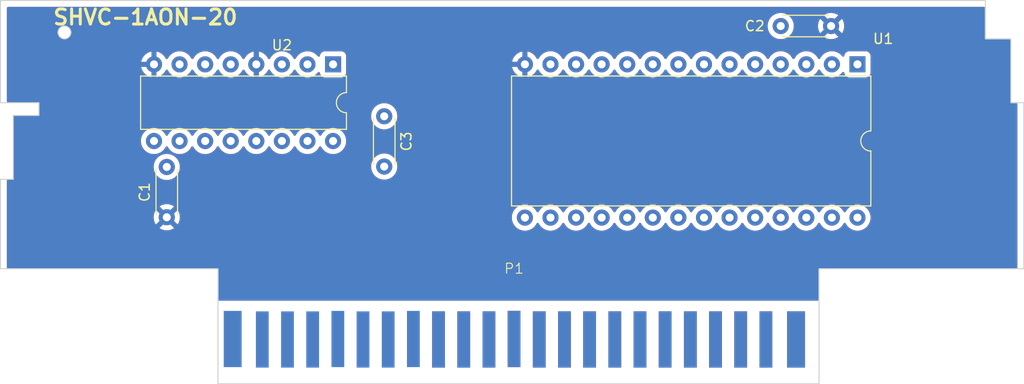
<source format=kicad_pcb>
(kicad_pcb (version 20221018) (generator pcbnew)
  (layers (0 "F.Cu" signal) (31 "B.Cu" signal) (34 "B.Paste" user) (35 "F.Paste" user) (36 "B.SilkS" user "B.Silkscreen") (37 "F.SilkS" user "F.Silkscreen") (38 "B.Mask" user) (39 "F.Mask" user) (44 "Edge.Cuts" user))
  (net 0 "")
  (net 1 "GND")
  (net 2 "VCC")
  (net 3 "Net-(P1-A11)")
  (net 4 "Net-(P1-A10)")
  (net 5 "Net-(P1-A9)")
  (net 6 "Net-(P1-A8)")
  (net 7 "Net-(P1-A7)")
  (net 8 "Net-(P1-A6)")
  (net 9 "Net-(P1-A5)")
  (net 10 "Net-(P1-A4)")
  (net 11 "Net-(P1-A3)")
  (net 12 "Net-(P1-A2)")
  (net 13 "Net-(P1-A1)")
  (net 14 "Net-(P1-A0)")
  (net 16 "Net-(P1-D0)")
  (net 17 "Net-(P1-D1)")
  (net 18 "Net-(P1-D2)")
  (net 19 "Net-(P1-D3)")
  (net 21 "Net-(P1-CIC0)")
  (net 22 "Net-(P1-CIC2)")
  (net 24 "Net-(P1-CIC3)")
  (net 37 "Net-(P1-CIC1)")
  (footprint "Package_DIP:DIP-28_W15.24mm" (layer "F.Cu") (at 179.07 119.375 -90)
    (fp_text reference "U1" (at -2.535 -2.55 -180) (layer "F.SilkS"))
    (fp_text value "27C512")
    (fp_line (start 1.16 -1.33) (end 1.16 34.35) (stroke (width 0.12)) (layer "F.SilkS"))
    (fp_line (start 1.16 34.35) (end 14.08 34.35) (stroke (width 0.12)) (layer "F.SilkS"))
    (fp_line (start 6.62 -1.33) (end 1.16 -1.33) (stroke (width 0.12)) (layer "F.SilkS"))
    (fp_line (start 14.08 -1.33) (end 8.62 -1.33) (stroke (width 0.12)) (layer "F.SilkS"))
    (fp_line (start 14.08 34.35) (end 14.08 -1.33) (stroke (width 0.12)) (layer "F.SilkS"))
    (fp_arc (start 8.62 -1.33) (mid 7.62 -0.33) (end 6.62 -1.33) (stroke (width 0.12)) (layer "F.SilkS"))
    (pad "1" thru_hole rect (at 0 0 270) (size 1.6 1.6) (drill 0.8) (layers "*.Cu" "*.Mask"))
    (pad "2" thru_hole oval (at 0 2.54 270) (size 1.6 1.6) (drill 0.8) (layers "*.Cu" "*.Mask"))
    (pad "3" thru_hole oval (at 0 5.08 270) (size 1.6 1.6) (drill 0.8) (layers "*.Cu" "*.Mask") (net 7 "Net-(P1-A7)"))
    (pad "4" thru_hole oval (at 0 7.62 270) (size 1.6 1.6) (drill 0.8) (layers "*.Cu" "*.Mask") (net 8 "Net-(P1-A6)"))
    (pad "5" thru_hole oval (at 0 10.16 270) (size 1.6 1.6) (drill 0.8) (layers "*.Cu" "*.Mask") (net 9 "Net-(P1-A5)"))
    (pad "6" thru_hole oval (at 0 12.7 270) (size 1.6 1.6) (drill 0.8) (layers "*.Cu" "*.Mask") (net 10 "Net-(P1-A4)"))
    (pad "7" thru_hole oval (at 0 15.24 270) (size 1.6 1.6) (drill 0.8) (layers "*.Cu" "*.Mask") (net 11 "Net-(P1-A3)"))
    (pad "8" thru_hole oval (at 0 17.78 270) (size 1.6 1.6) (drill 0.8) (layers "*.Cu" "*.Mask") (net 12 "Net-(P1-A2)"))
    (pad "9" thru_hole oval (at 0 20.32 270) (size 1.6 1.6) (drill 0.8) (layers "*.Cu" "*.Mask") (net 13 "Net-(P1-A1)"))
    (pad "10" thru_hole oval (at 0 22.86 270) (size 1.6 1.6) (drill 0.8) (layers "*.Cu" "*.Mask") (net 14 "Net-(P1-A0)"))
    (pad "11" thru_hole oval (at 0 25.4 270) (size 1.6 1.6) (drill 0.8) (layers "*.Cu" "*.Mask") (net 16 "Net-(P1-D0)"))
    (pad "12" thru_hole oval (at 0 27.94 270) (size 1.6 1.6) (drill 0.8) (layers "*.Cu" "*.Mask") (net 17 "Net-(P1-D1)"))
    (pad "13" thru_hole oval (at 0 30.48 270) (size 1.6 1.6) (drill 0.8) (layers "*.Cu" "*.Mask") (net 18 "Net-(P1-D2)"))
    (pad "14" thru_hole oval (at 0 33.02 270) (size 1.6 1.6) (drill 0.8) (layers "*.Cu" "*.Mask") (net 1 "GND"))
    (pad "15" thru_hole oval (at 15.24 33.02 270) (size 1.6 1.6) (drill 0.8) (layers "*.Cu" "*.Mask") (net 19 "Net-(P1-D3)"))
    (pad "16" thru_hole oval (at 15.24 30.48 270) (size 1.6 1.6) (drill 0.8) (layers "*.Cu" "*.Mask"))
    (pad "17" thru_hole oval (at 15.24 27.94 270) (size 1.6 1.6) (drill 0.8) (layers "*.Cu" "*.Mask"))
    (pad "18" thru_hole oval (at 15.24 25.4 270) (size 1.6 1.6) (drill 0.8) (layers "*.Cu" "*.Mask"))
    (pad "19" thru_hole oval (at 15.24 22.86 270) (size 1.6 1.6) (drill 0.8) (layers "*.Cu" "*.Mask"))
    (pad "20" thru_hole oval (at 15.24 20.32 270) (size 1.6 1.6) (drill 0.8) (layers "*.Cu" "*.Mask"))
    (pad "21" thru_hole oval (at 15.24 17.78 270) (size 1.6 1.6) (drill 0.8) (layers "*.Cu" "*.Mask") (net 4 "Net-(P1-A10)"))
    (pad "22" thru_hole oval (at 15.24 15.24 270) (size 1.6 1.6) (drill 0.8) (layers "*.Cu" "*.Mask"))
    (pad "23" thru_hole oval (at 15.24 12.7 270) (size 1.6 1.6) (drill 0.8) (layers "*.Cu" "*.Mask") (net 3 "Net-(P1-A11)"))
    (pad "24" thru_hole oval (at 15.24 10.16 270) (size 1.6 1.6) (drill 0.8) (layers "*.Cu" "*.Mask") (net 5 "Net-(P1-A9)"))
    (pad "25" thru_hole oval (at 15.24 7.62 270) (size 1.6 1.6) (drill 0.8) (layers "*.Cu" "*.Mask") (net 6 "Net-(P1-A8)"))
    (pad "26" thru_hole oval (at 15.24 5.08 270) (size 1.6 1.6) (drill 0.8) (layers "*.Cu" "*.Mask"))
    (pad "27" thru_hole oval (at 15.24 2.54 270) (size 1.6 1.6) (drill 0.8) (layers "*.Cu" "*.Mask"))
    (pad "28" thru_hole oval (at 15.24 0 270) (size 1.6 1.6) (drill 0.8) (layers "*.Cu" "*.Mask") (net 2 "VCC"))
  )
  (footprint "Capacitor_THT:C_Disc_D4.3mm_W1.9mm_P5.00mm" (layer "F.Cu") (at 171.45 115.57)
    (fp_text reference "C2" (at -2.58 0) (layer "F.SilkS"))
    (fp_text value "C")
    (fp_line (start 0.23 -1.07) (end 0.23 -1.055) (stroke (width 0.12)) (layer "F.SilkS"))
    (fp_line (start 0.23 -1.07) (end 4.77 -1.07) (stroke (width 0.12)) (layer "F.SilkS"))
    (fp_line (start 0.23 1.055) (end 0.23 1.07) (stroke (width 0.12)) (layer "F.SilkS"))
    (fp_line (start 0.23 1.07) (end 4.77 1.07) (stroke (width 0.12)) (layer "F.SilkS"))
    (fp_line (start 4.77 -1.07) (end 4.77 -1.055) (stroke (width 0.12)) (layer "F.SilkS"))
    (fp_line (start 4.77 1.055) (end 4.77 1.07) (stroke (width 0.12)) (layer "F.SilkS"))
    (pad "1" thru_hole circle (at 0 0) (size 1.6 1.6) (drill 0.8) (layers "*.Cu" "*.Mask") (net 2 "VCC"))
    (pad "2" thru_hole circle (at 5 0) (size 1.6 1.6) (drill 0.8) (layers "*.Cu" "*.Mask") (net 1 "GND"))
  )
  (footprint "Capacitor_THT:C_Disc_D4.3mm_W1.9mm_P5.00mm" (layer "F.Cu") (at 132.08 124.54 -90)
    (fp_text reference "C3" (at 2.5 -2.2 90) (layer "F.SilkS"))
    (fp_text value "C")
    (fp_line (start 0.23 -1.07) (end 0.23 -1.055) (stroke (width 0.12)) (layer "F.SilkS"))
    (fp_line (start 0.23 -1.07) (end 4.77 -1.07) (stroke (width 0.12)) (layer "F.SilkS"))
    (fp_line (start 0.23 1.055) (end 0.23 1.07) (stroke (width 0.12)) (layer "F.SilkS"))
    (fp_line (start 0.23 1.07) (end 4.77 1.07) (stroke (width 0.12)) (layer "F.SilkS"))
    (fp_line (start 4.77 -1.07) (end 4.77 -1.055) (stroke (width 0.12)) (layer "F.SilkS"))
    (fp_line (start 4.77 1.055) (end 4.77 1.07) (stroke (width 0.12)) (layer "F.SilkS"))
    (pad "1" thru_hole circle (at 0 0 270) (size 1.6 1.6) (drill 0.8) (layers "*.Cu" "*.Mask"))
    (pad "2" thru_hole circle (at 5 0 270) (size 1.6 1.6) (drill 0.8) (layers "*.Cu" "*.Mask"))
  )
  (footprint "Library:CartEdge" (layer "F.Cu") (at 144.975 143.685)
    (fp_text reference "P1" (at 0 -4 unlocked) (layer "F.SilkS") (effects (font (thickness 0.1))))
    (fp_text value "CASSETTE")
    (pad "5" smd rect (at 28 3.048) (size 1.778 5.588) (layers "B.Cu" "B.Paste" "B.Mask") (net 1 "GND"))
    (pad "6" smd rect (at 25 3.048) (size 1.27 5.588) (layers "B.Cu" "B.Paste" "B.Mask") (net 3 "Net-(P1-A11)"))
    (pad "7" smd rect (at 22.5 3.048) (size 1.27 5.588) (layers "B.Cu" "B.Paste" "B.Mask") (net 4 "Net-(P1-A10)"))
    (pad "8" smd rect (at 20 3.048) (size 1.27 5.588) (layers "B.Cu" "B.Paste" "B.Mask") (net 5 "Net-(P1-A9)"))
    (pad "9" smd rect (at 17.5 3.048) (size 1.27 5.588) (layers "B.Cu" "B.Paste" "B.Mask") (net 6 "Net-(P1-A8)"))
    (pad "10" smd rect (at 15 3.048) (size 1.27 5.588) (layers "B.Cu" "B.Paste" "B.Mask") (net 7 "Net-(P1-A7)"))
    (pad "11" smd rect (at 12.5 3.048) (size 1.27 5.588) (layers "B.Cu" "B.Paste" "B.Mask") (net 8 "Net-(P1-A6)"))
    (pad "12" smd rect (at 10 3.048) (size 1.27 5.588) (layers "B.Cu" "B.Paste" "B.Mask") (net 9 "Net-(P1-A5)"))
    (pad "13" smd rect (at 7.5 3.048) (size 1.27 5.588) (layers "B.Cu" "B.Paste" "B.Mask") (net 10 "Net-(P1-A4)"))
    (pad "14" smd rect (at 5 3.048) (size 1.27 5.588) (layers "B.Cu" "B.Paste" "B.Mask") (net 11 "Net-(P1-A3)"))
    (pad "15" smd rect (at 2.5 3.048) (size 1.27 5.588) (layers "B.Cu" "B.Paste" "B.Mask") (net 12 "Net-(P1-A2)"))
    (pad "16" smd rect (at 0 3) (size 1.27 5.588) (layers "B.Cu" "B.Paste" "B.Mask") (net 13 "Net-(P1-A1)"))
    (pad "17" smd rect (at -2.5 3.048) (size 1.27 5.588) (layers "B.Cu" "B.Paste" "B.Mask") (net 14 "Net-(P1-A0)"))
    (pad "18" smd rect (at -5 3.048) (size 1.27 5.588) (layers "B.Cu" "B.Paste" "B.Mask"))
    (pad "19" smd rect (at -7.5 3.048) (size 1.27 5.588) (layers "B.Cu" "B.Paste" "B.Mask") (net 16 "Net-(P1-D0)"))
    (pad "20" smd rect (at -10 3) (size 1.27 5.588) (layers "B.Cu" "B.Paste" "B.Mask") (net 17 "Net-(P1-D1)"))
    (pad "21" smd rect (at -12.5 3.048) (size 1.27 5.588) (layers "B.Cu" "B.Paste" "B.Mask") (net 18 "Net-(P1-D2)"))
    (pad "22" smd rect (at -15 3.048) (size 1.27 5.588) (layers "B.Cu" "B.Paste" "B.Mask") (net 19 "Net-(P1-D3)"))
    (pad "23" smd rect (at -17.5 3) (size 1.27 5.588) (layers "B.Cu" "B.Paste" "B.Mask"))
    (pad "24" smd rect (at -20 3.048) (size 1.27 5.588) (layers "B.Cu" "B.Paste" "B.Mask") (net 21 "Net-(P1-CIC0)"))
    (pad "25" smd rect (at -22.5 3.048) (size 1.27 5.588) (layers "B.Cu" "B.Paste" "B.Mask") (net 22 "Net-(P1-CIC2)"))
    (pad "26" smd rect (at -25 3.048) (size 1.27 5.588) (layers "B.Cu" "B.Paste" "B.Mask"))
    (pad "27" smd rect (at -27.94 3) (size 1.778 5.588) (layers "B.Cu" "B.Paste" "B.Mask") (net 2 "VCC"))
    (pad "36" smd rect (at 28 3.048) (size 1.778 5.588) (layers "F.Cu" "B.Paste" "B.Mask"))
    (pad "37" smd rect (at 25 3.048) (size 1.27 5.588) (layers "F.Cu" "B.Paste" "B.Mask"))
    (pad "38" smd rect (at 22.5 3.048) (size 1.27 5.588) (layers "F.Cu" "B.Paste" "B.Mask"))
    (pad "39" smd rect (at 20 3.048) (size 1.27 5.588) (layers "F.Cu" "B.Paste" "B.Mask"))
    (pad "40" smd rect (at 17.5 3.048) (size 1.27 5.588) (layers "F.Cu" "B.Paste" "B.Mask"))
    (pad "41" smd rect (at 15 3.048) (size 1.27 5.588) (layers "F.Cu" "B.Paste" "B.Mask"))
    (pad "42" smd rect (at 12.5 3.048) (size 1.27 5.588) (layers "F.Cu" "B.Paste" "B.Mask"))
    (pad "43" smd rect (at 10 3.048) (size 1.27 5.588) (layers "F.Cu" "B.Paste" "B.Mask"))
    (pad "44" smd rect (at 7.5 3.048) (size 1.27 5.588) (layers "F.Cu" "B.Paste" "B.Mask"))
    (pad "45" smd rect (at 5 3.048) (size 1.27 5.588) (layers "F.Cu" "B.Paste" "B.Mask"))
    (pad "46" smd rect (at 2.5 3.048) (size 1.27 5.588) (layers "F.Cu" "B.Paste" "B.Mask"))
    (pad "47" smd rect (at 0 3) (size 1.27 5.588) (layers "F.Cu" "B.Paste" "B.Mask"))
    (pad "48" smd rect (at -2.5 3.048) (size 1.27 5.588) (layers "F.Cu" "B.Paste" "B.Mask"))
    (pad "49" smd rect (at -5 3.048) (size 1.27 5.588) (layers "F.Cu" "B.Paste" "B.Mask"))
    (pad "50" smd rect (at -7.5 3.048) (size 1.27 5.588) (layers "F.Cu" "B.Paste" "B.Mask"))
  )
  (footprint "Capacitor_THT:C_Disc_D4.3mm_W1.9mm_P5.00mm" (layer "F.Cu") (at 110.49 134.58 90)
    (fp_text reference "C1" (at 2.5 -2.2 90) (layer "F.SilkS"))
    (fp_text value "C")
    (fp_line (start 0.23 -1.07) (end 0.23 -1.055) (stroke (width 0.12)) (layer "F.SilkS"))
    (fp_line (start 0.23 -1.07) (end 4.77 -1.07) (stroke (width 0.12)) (layer "F.SilkS"))
    (fp_line (start 0.23 1.055) (end 0.23 1.07) (stroke (width 0.12)) (layer "F.SilkS"))
    (fp_line (start 0.23 1.07) (end 4.77 1.07) (stroke (width 0.12)) (layer "F.SilkS"))
    (fp_line (start 4.77 -1.07) (end 4.77 -1.055) (stroke (width 0.12)) (layer "F.SilkS"))
    (fp_line (start 4.77 1.055) (end 4.77 1.07) (stroke (width 0.12)) (layer "F.SilkS"))
    (pad "1" thru_hole circle (at 0 0 90) (size 1.6 1.6) (drill 0.8) (layers "*.Cu" "*.Mask") (net 1 "GND"))
    (pad "2" thru_hole circle (at 5 0 90) (size 1.6 1.6) (drill 0.8) (layers "*.Cu" "*.Mask") (net 2 "VCC"))
  )
  (footprint "Package_DIP:DIP-16_W7.62mm" (layer "F.Cu") (at 127 119.38 -90)
    (fp_text reference "U2" (at -1.905 5.08 -180) (layer "F.SilkS"))
    (fp_text value "~")
    (fp_line (start 1.16 -1.33) (end 1.16 19.11) (stroke (width 0.12)) (layer "F.SilkS"))
    (fp_line (start 1.16 19.11) (end 6.46 19.11) (stroke (width 0.12)) (layer "F.SilkS"))
    (fp_line (start 2.81 -1.33) (end 1.16 -1.33) (stroke (width 0.12)) (layer "F.SilkS"))
    (fp_line (start 6.46 -1.33) (end 4.81 -1.33) (stroke (width 0.12)) (layer "F.SilkS"))
    (fp_line (start 6.46 19.11) (end 6.46 -1.33) (stroke (width 0.12)) (layer "F.SilkS"))
    (fp_arc (start 4.81 -1.33) (mid 3.81 -0.33) (end 2.81 -1.33) (stroke (width 0.12)) (layer "F.SilkS"))
    (pad "1" thru_hole rect (at 0 0 270) (size 1.6 1.6) (drill 0.8) (layers "*.Cu" "*.Mask") (net 21 "Net-(P1-CIC0)"))
    (pad "2" thru_hole oval (at 0 2.54 270) (size 1.6 1.6) (drill 0.8) (layers "*.Cu" "*.Mask") (net 22 "Net-(P1-CIC2)"))
    (pad "3" thru_hole oval (at 0 5.08 270) (size 1.6 1.6) (drill 0.8) (layers "*.Cu" "*.Mask"))
    (pad "4" thru_hole oval (at 0 7.62 270) (size 1.6 1.6) (drill 0.8) (layers "*.Cu" "*.Mask") (net 1 "GND"))
    (pad "5" thru_hole oval (at 0 10.16 270) (size 1.6 1.6) (drill 0.8) (layers "*.Cu" "*.Mask"))
    (pad "6" thru_hole oval (at 0 12.7 270) (size 1.6 1.6) (drill 0.8) (layers "*.Cu" "*.Mask") (net 24 "Net-(P1-CIC3)"))
    (pad "7" thru_hole oval (at 0 15.24 270) (size 1.6 1.6) (drill 0.8) (layers "*.Cu" "*.Mask") (net 37 "Net-(P1-CIC1)"))
    (pad "8" thru_hole oval (at 0 17.78 270) (size 1.6 1.6) (drill 0.8) (layers "*.Cu" "*.Mask") (net 1 "GND"))
    (pad "9" thru_hole oval (at 7.62 17.78 270) (size 1.6 1.6) (drill 0.8) (layers "*.Cu" "*.Mask"))
    (pad "10" thru_hole oval (at 7.62 15.24 270) (size 1.6 1.6) (drill 0.8) (layers "*.Cu" "*.Mask"))
    (pad "11" thru_hole oval (at 7.62 12.7 270) (size 1.6 1.6) (drill 0.8) (layers "*.Cu" "*.Mask"))
    (pad "12" thru_hole oval (at 7.62 10.16 270) (size 1.6 1.6) (drill 0.8) (layers "*.Cu" "*.Mask"))
    (pad "13" thru_hole oval (at 7.62 7.62 270) (size 1.6 1.6) (drill 0.8) (layers "*.Cu" "*.Mask"))
    (pad "14" thru_hole oval (at 7.62 5.08 270) (size 1.6 1.6) (drill 0.8) (layers "*.Cu" "*.Mask"))
    (pad "15" thru_hole oval (at 7.62 2.54 270) (size 1.6 1.6) (drill 0.8) (layers "*.Cu" "*.Mask"))
    (pad "16" thru_hole oval (at 7.62 0 270) (size 1.6 1.6) (drill 0.8) (layers "*.Cu" "*.Mask") (net 2 "VCC"))
  )
  (gr_line (start 93.98 139.7) (end 115.57 139.7) (stroke (width 0.1)) (layer "Edge.Cuts"))
  (gr_line (start 95.25 130.81) (end 95.25 124.46) (stroke (width 0.1)) (layer "Edge.Cuts"))
  (gr_line (start 175.26 139.7) (end 175.26 149.86) (stroke (width 0.1)) (layer "Edge.Cuts"))
  (gr_line (start 97.79 124.46) (end 97.79 123.19) (stroke (width 0.1)) (layer "Edge.Cuts"))
  (gr_line (start 195.58 123.19) (end 194.31 123.19) (stroke (width 0.1)) (layer "Edge.Cuts"))
  (gr_line (start 175.26 149.86) (end 175.26 151.13) (stroke (width 0.1)) (layer "Edge.Cuts"))
  (gr_line (start 95.25 124.46) (end 97.79 124.46) (stroke (width 0.1)) (layer "Edge.Cuts"))
  (gr_line (start 115.57 139.7) (end 115.57 149.225) (stroke (width 0.1)) (layer "Edge.Cuts"))
  (gr_line (start 93.98 130.81) (end 95.25 130.81) (stroke (width 0.1)) (layer "Edge.Cuts"))
  (gr_line (start 93.98 113.03) (end 93.98 123.19) (stroke (width 0.1)) (layer "Edge.Cuts"))
  (gr_line (start 175.26 139.7) (end 195.58 139.7) (stroke (width 0.1)) (layer "Edge.Cuts"))
  (gr_line (start 194.31 123.19) (end 194.31 116.84) (stroke (width 0.1)) (layer "Edge.Cuts"))
  (gr_line (start 195.58 139.7) (end 195.58 123.19) (stroke (width 0.1)) (layer "Edge.Cuts"))
  (gr_line (start 93.98 130.81) (end 93.98 139.7) (stroke (width 0.1)) (layer "Edge.Cuts"))
  (gr_line (start 194.31 116.84) (end 191.77 116.84) (stroke (width 0.1)) (layer "Edge.Cuts"))
  (gr_line (start 191.77 113.03) (end 93.98 113.03) (stroke (width 0.1)) (layer "Edge.Cuts"))
  (gr_line (start 97.79 123.19) (end 93.98 123.19) (stroke (width 0.1)) (layer "Edge.Cuts"))
  (gr_circle (center 100.33 116.205) (end 99.695 116.205) (stroke (width 0.1)) (fill none) (layer "Edge.Cuts"))
  (gr_line (start 115.57 151.13) (end 115.57 149.225) (stroke (width 0.1)) (layer "Edge.Cuts"))
  (gr_line (start 175.26 151.13) (end 115.57 151.13) (stroke (width 0.1)) (layer "Edge.Cuts"))
  (gr_line (start 191.77 116.84) (end 191.77 113.03) (stroke (width 0.1)) (layer "Edge.Cuts"))
  (gr_text "SHVC-1AON-20" (at 99.06 115.57) (layer "F.SilkS") (effects (font (size 1.5 1.5) (thickness 0.3) bold) (justify left bottom)))
  (zone (net 1) (net_name "GND") (layer "F.Cu") (connect_pads (clearance 0.5)) (min_thickness 0.25) (fill yes (thermal_gap 0.5) (thermal_bridge_width 0.5))
    (polygon (pts (xy 94.615 113.665) (xy 194.945 113.665) (xy 194.945 142.875) (xy 94.615 142.875)))
  )
  (zone (net 1) (net_name "GND") (layer "B.Cu") (priority 1) (connect_pads (clearance 0.5)) (min_thickness 0.25) (fill yes (thermal_gap 0.5) (thermal_bridge_width 0.5))
    (polygon (pts (xy 194.945 113.665) (xy 194.945 142.875) (xy 94.615 142.875) (xy 94.615 113.665)))
  )
)
</source>
